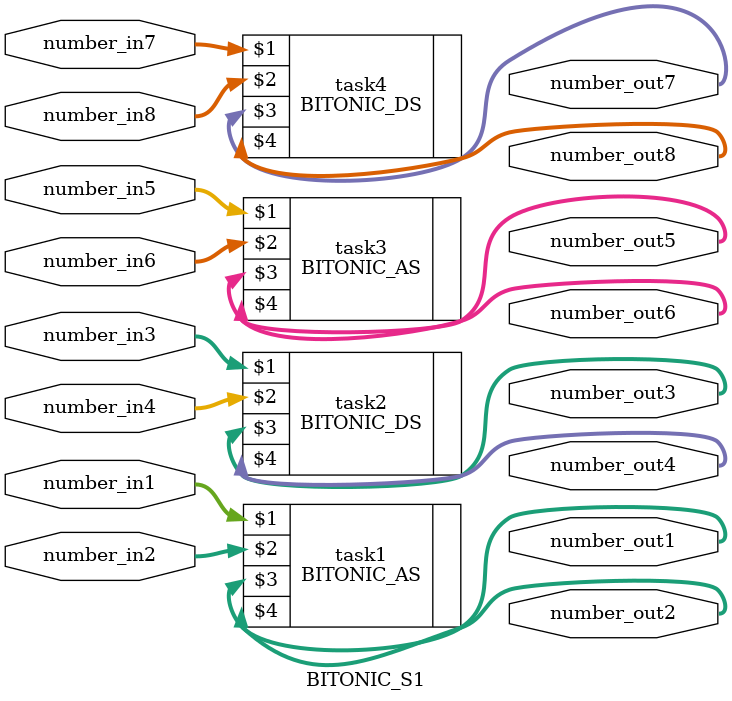
<source format=v>
module BITONIC_S1(  number_in1, number_in2, number_in3, number_in4,
                    number_in5, number_in6, number_in7, number_in8,
                    number_out1, number_out2, number_out3, number_out4,
                    number_out5, number_out6, number_out7, number_out8);

input  [7:0] number_in1;
input  [7:0] number_in2;
input  [7:0] number_in3;
input  [7:0] number_in4;
input  [7:0] number_in5;
input  [7:0] number_in6;
input  [7:0] number_in7;
input  [7:0] number_in8;

output  [7:0] number_out1;
output  [7:0] number_out2;
output  [7:0] number_out3;
output  [7:0] number_out4;
output  [7:0] number_out5;
output  [7:0] number_out6;
output  [7:0] number_out7;
output  [7:0] number_out8;

/*
    Write your design here!
*/

//as上到下 ds下到上

BITONIC_AS task1(number_in1,number_in2,number_out1,number_out2);
BITONIC_DS task2(number_in3,number_in4,number_out3,number_out4);
BITONIC_AS task3(number_in5,number_in6,number_out5,number_out6);
BITONIC_DS task4(number_in7,number_in8,number_out7,number_out8);


endmodule
</source>
